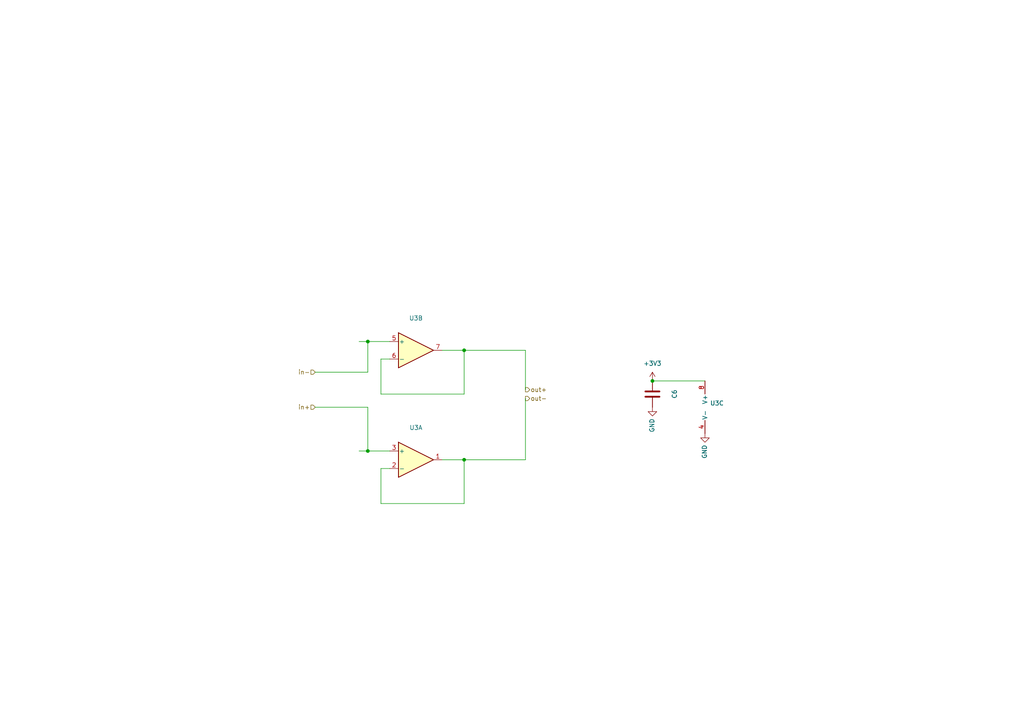
<source format=kicad_sch>
(kicad_sch (version 20211123) (generator eeschema)
  (paper "A4")
  (lib_symbols
    (symbol "0JLC-6:100nF" (pin_numbers hide) (pin_names (offset 0.254))
      (property "Reference" "C" (at 0.635 2.54 0))
      (property "Value" "100nF" (at 0.635 -2.54 0))
      (symbol "100nF_0_1"
        (polyline (pts (xy -2.032 -0.762) (xy 2.032 -0.762)) (stroke (width 0.508)))
        (polyline (pts (xy -2.032 0.762) (xy 2.032 0.762)) (stroke (width 0.508)))
      )
      (symbol "100nF_1_1"
        (pin passive line (at 0 3.81 270) (length 2.794) (name "~") (number "1"))
        (pin passive line (at 0 -3.81 90) (length 2.794) (name "~") (number "2"))
      )
    )
    (symbol "Amplifier_Operational:OPA2376xxDGK" (pin_names (offset 0.127))
      (property "Reference" "U" (at 0 5.08 0))
      (property "Value" "OPA2376xxDGK" (at 0 -5.08 0))
      (symbol "OPA2376xxDGK_1_1"
        (polyline (pts (xy -5.08 5.08) (xy 5.08 0) (xy -5.08 -5.08) (xy -5.08 5.08)) (stroke (width 0.254)) (fill (type background)))
        (pin output line (at 7.62 0 180) (length 2.54) (name "~") (number "1"))
        (pin input line (at -7.62 -2.54 0) (length 2.54) (name "-") (number "2"))
        (pin input line (at -7.62 2.54 0) (length 2.54) (name "+") (number "3"))
      )
      (symbol "OPA2376xxDGK_2_1"
        (polyline (pts (xy -5.08 5.08) (xy 5.08 0) (xy -5.08 -5.08) (xy -5.08 5.08)) (stroke (width 0.254)) (fill (type background)))
        (pin input line (at -7.62 2.54 0) (length 2.54) (name "+") (number "5"))
        (pin input line (at -7.62 -2.54 0) (length 2.54) (name "-") (number "6"))
        (pin output line (at 7.62 0 180) (length 2.54) (name "~") (number "7"))
      )
      (symbol "OPA2376xxDGK_3_1"
        (pin power_in line (at -2.54 -7.62 90) (length 3.81) (name "V-") (number "4"))
        (pin power_in line (at -2.54 7.62 270) (length 3.81) (name "V+") (number "8"))
      )
    )
    (symbol "power:+3.3V" (power) (pin_names (offset 0))
      (property "Value" "+3.3V" (at 0 3.556 0))
      (symbol "+3.3V_0_1"
        (polyline (pts (xy -0.762 1.27) (xy 0 2.54)))
        (polyline (pts (xy 0 0) (xy 0 2.54)))
        (polyline (pts (xy 0 2.54) (xy 0.762 1.27)))
      )
      (symbol "+3.3V_1_1"
        (pin power_in line (at 0 0 90) (length 0) hide (name "+3V3") (number "1"))
      )
    )
    (symbol "power:GND" (power) (pin_names (offset 0))
      (property "Value" "GND" (at 0 -3.81 0))
      (symbol "GND_0_1"
        (polyline (pts (xy 0 0) (xy 0 -1.27) (xy 1.27 -1.27) (xy 0 -2.54) (xy -1.27 -1.27) (xy 0 -1.27)))
      )
      (symbol "GND_1_1"
        (pin power_in line (at 0 0 270) (length 0) hide (name "GND") (number "1"))
      )
    )
  )
  (junction (at 189.23 110.49))
  (junction (at 106.68 130.81))
  (junction (at 134.62 133.35))
  (junction (at 134.62 101.6))
  (junction (at 106.68 99.06))
  (wire (pts (xy 134.62 133.35) (xy 128.27 133.35)))
  (wire (pts (xy 134.62 101.6) (xy 152.4 101.6)))
  (wire (pts (xy 152.4 115.57) (xy 152.4 133.35)))
  (wire (pts (xy 134.62 101.6) (xy 134.62 114.3)))
  (wire (pts (xy 134.62 114.3) (xy 110.49 114.3)))
  (wire (pts (xy 106.68 99.06) (xy 104.14 99.06)))
  (wire (pts (xy 110.49 146.05) (xy 110.49 135.89)))
  (wire (pts (xy 113.03 130.81) (xy 106.68 130.81)))
  (wire (pts (xy 106.68 107.95) (xy 106.68 99.06)))
  (wire (pts (xy 134.62 146.05) (xy 110.49 146.05)))
  (wire (pts (xy 134.62 133.35) (xy 134.62 146.05)))
  (wire (pts (xy 204.47 110.49) (xy 189.23 110.49)))
  (wire (pts (xy 110.49 114.3) (xy 110.49 104.14)))
  (wire (pts (xy 106.68 130.81) (xy 106.68 118.11)))
  (wire (pts (xy 110.49 104.14) (xy 113.03 104.14)))
  (wire (pts (xy 152.4 133.35) (xy 134.62 133.35)))
  (wire (pts (xy 91.44 107.95) (xy 106.68 107.95)))
  (wire (pts (xy 128.27 101.6) (xy 134.62 101.6)))
  (wire (pts (xy 152.4 101.6) (xy 152.4 113.03)))
  (wire (pts (xy 106.68 130.81) (xy 104.14 130.81)))
  (wire (pts (xy 106.68 118.11) (xy 91.44 118.11)))
  (wire (pts (xy 110.49 135.89) (xy 113.03 135.89)))
  (wire (pts (xy 113.03 99.06) (xy 106.68 99.06)))
  (hierarchical_label "out+" (shape output) (at 152.4 113.03 0))
  (hierarchical_label "out-" (shape output) (at 152.4 115.57 0))
  (hierarchical_label "in+" (shape input) (at 91.44 118.11 180))
  (hierarchical_label "in-" (shape input) (at 91.44 107.95 180))
  (symbol (lib_id "0JLC-6:100nF") (at 189.23 114.3 0) (mirror y) (unit 1)
    (property "Reference" "C6" (at 195.6308 114.3 90))
    (property "LCSC" "C14663" (effects hide))
    (property "MPN" "CC0603KRX7R9BB104" (effects hide))
  )
  (symbol (lib_id "power:GND") (at 189.23 118.11 0) (mirror y) (unit 1)
    (property "Reference" "#PWR014" (effects hide))
  )
  (symbol (lib_id "Amplifier_Operational:OPA2376xxDGK") (at 120.65 133.35 0) (unit 1)
    (property "Reference" "U3" (at 120.65 124.0282 0))
    (property "Datasheet" "http://www.ti.com/lit/ds/symlink/opa333.pdf" (effects hide))
    (property "LCSC" "C46316" (effects hide))
    (property "MPN" "OPA2376AIDR" (effects hide))
  )
  (symbol (lib_id "Amplifier_Operational:OPA2376xxDGK") (at 120.65 101.6 0) (unit 2)
    (property "Reference" "U3" (at 120.65 92.2782 0))
    (property "Datasheet" "http://www.ti.com/lit/ds/symlink/opa333.pdf" (effects hide))
    (property "LCSC" "C46316" (effects hide))
    (property "MPN" "OPA2376AIDR" (effects hide))
  )
  (symbol (lib_id "Amplifier_Operational:OPA2376xxDGK") (at 207.01 118.11 0) (unit 3)
    (property "Reference" "U3" (at 205.9432 116.9416 0) (effects (justify left)))
    (property "Datasheet" "http://www.ti.com/lit/ds/symlink/opa333.pdf" (effects hide))
    (property "LCSC" "C46316" (effects hide))
    (property "MPN" "OPA2376AIDR" (effects hide))
  )
  (symbol (lib_id "power:GND") (at 204.47 125.73 0) (mirror y) (unit 1)
    (property "Reference" "#PWR015" (effects hide))
  )
  (symbol (lib_id "power:+3.3V") (at 189.23 110.49 0) (unit 1)
    (property "Reference" "#PWR013" (effects hide))
  )
)
</source>
